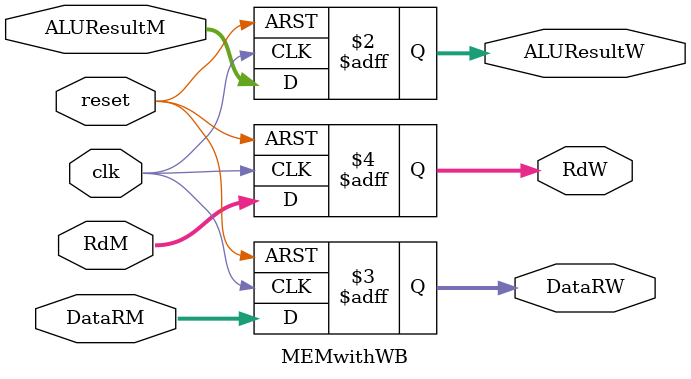
<source format=sv>
`timescale 1ns / 1ps


module MEMwithWB(input logic clk, reset,
                input logic [31:0] ALUResultM, DataRM,  
                input logic [4:0] RdM, 
                output logic [31:0] ALUResultW, DataRW,
                output logic [4:0] RdW);

always_ff @( posedge clk, posedge reset ) begin 
    if (reset) begin
        ALUResultW <= 0;
        DataRW <= 0;
        
        RdW <= 0; 
    end

    else begin
        ALUResultW <= ALUResultM;
        DataRW <= DataRM;
        
        RdW <= RdM;    
    end
    
end

endmodule

</source>
